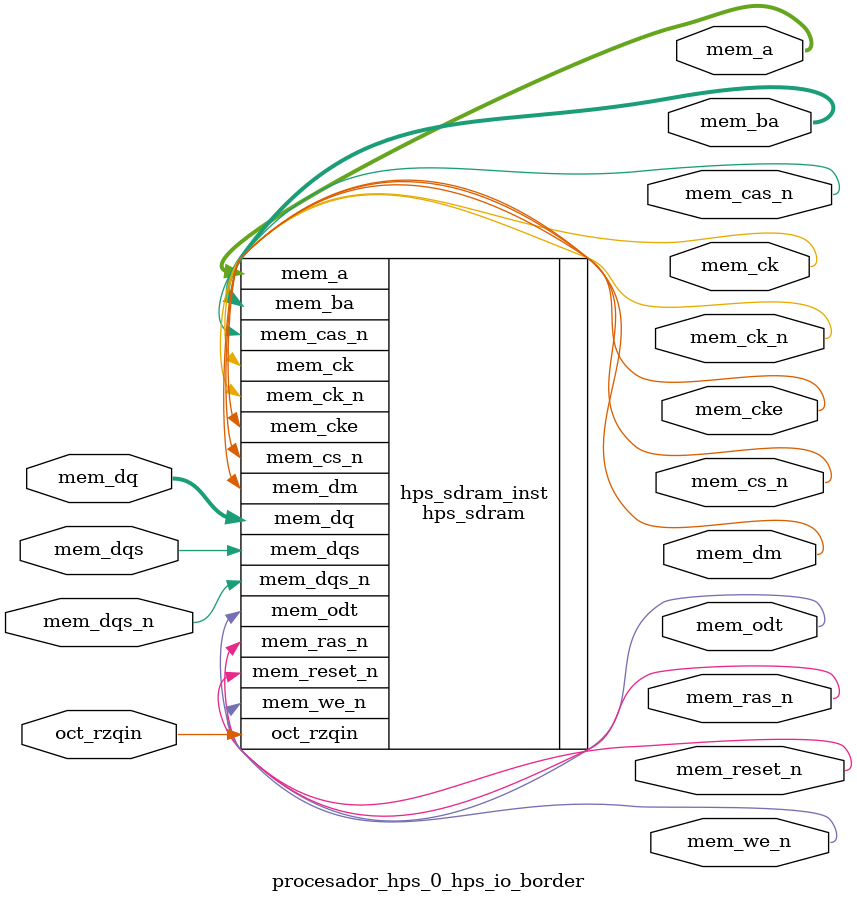
<source format=sv>


module procesador_hps_0_hps_io_border(
// memory
  output wire [13 - 1 : 0 ] mem_a
 ,output wire [3 - 1 : 0 ] mem_ba
 ,output wire [1 - 1 : 0 ] mem_ck
 ,output wire [1 - 1 : 0 ] mem_ck_n
 ,output wire [1 - 1 : 0 ] mem_cke
 ,output wire [1 - 1 : 0 ] mem_cs_n
 ,output wire [1 - 1 : 0 ] mem_ras_n
 ,output wire [1 - 1 : 0 ] mem_cas_n
 ,output wire [1 - 1 : 0 ] mem_we_n
 ,output wire [1 - 1 : 0 ] mem_reset_n
 ,inout wire [8 - 1 : 0 ] mem_dq
 ,inout wire [1 - 1 : 0 ] mem_dqs
 ,inout wire [1 - 1 : 0 ] mem_dqs_n
 ,output wire [1 - 1 : 0 ] mem_odt
 ,output wire [1 - 1 : 0 ] mem_dm
 ,input wire [1 - 1 : 0 ] oct_rzqin
);


hps_sdram hps_sdram_inst(
 .mem_dq({
    mem_dq[7:0] // 7:0
  })
,.mem_odt({
    mem_odt[0:0] // 0:0
  })
,.mem_ras_n({
    mem_ras_n[0:0] // 0:0
  })
,.mem_dqs_n({
    mem_dqs_n[0:0] // 0:0
  })
,.mem_dqs({
    mem_dqs[0:0] // 0:0
  })
,.mem_dm({
    mem_dm[0:0] // 0:0
  })
,.mem_we_n({
    mem_we_n[0:0] // 0:0
  })
,.mem_cas_n({
    mem_cas_n[0:0] // 0:0
  })
,.mem_ba({
    mem_ba[2:0] // 2:0
  })
,.mem_a({
    mem_a[12:0] // 12:0
  })
,.mem_cs_n({
    mem_cs_n[0:0] // 0:0
  })
,.mem_ck({
    mem_ck[0:0] // 0:0
  })
,.mem_cke({
    mem_cke[0:0] // 0:0
  })
,.oct_rzqin({
    oct_rzqin[0:0] // 0:0
  })
,.mem_reset_n({
    mem_reset_n[0:0] // 0:0
  })
,.mem_ck_n({
    mem_ck_n[0:0] // 0:0
  })
);

endmodule


</source>
